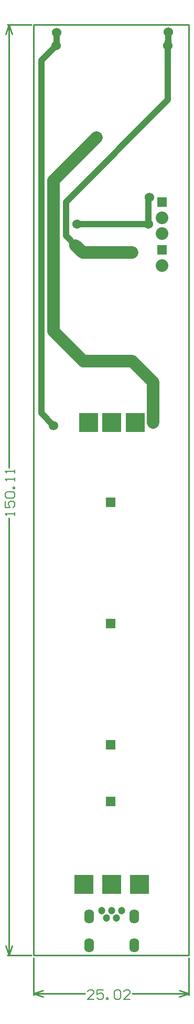
<source format=gbl>
%FSLAX43Y43*%
%MOMM*%
G71*
G01*
G75*
G04 Layer_Physical_Order=2*
G04 Layer_Color=16711680*
%ADD10R,0.950X1.400*%
%ADD11R,0.900X1.400*%
%ADD12R,1.600X2.100*%
%ADD13O,2.000X0.600*%
%ADD14R,3.300X1.050*%
%ADD15R,1.050X2.950*%
%ADD16R,10.600X9.000*%
%ADD17R,0.600X1.550*%
%ADD18R,1.400X0.950*%
%ADD19R,1.050X3.300*%
%ADD20R,1.800X2.250*%
%ADD21R,1.050X1.400*%
%ADD22R,1.800X2.250*%
%ADD23R,2.100X1.600*%
%ADD24R,2.250X1.800*%
%ADD25C,0.800*%
%ADD26C,1.600*%
%ADD27C,2.000*%
%ADD28C,1.000*%
%ADD29C,0.500*%
%ADD30C,0.400*%
%ADD31C,0.700*%
%ADD32C,3.000*%
%ADD33C,1.500*%
%ADD34C,1.800*%
%ADD35C,0.600*%
%ADD36R,5.000X8.175*%
%ADD37C,0.254*%
%ADD38C,0.152*%
%ADD39R,1.524X1.524*%
%ADD40R,3.064X3.064*%
%ADD41O,1.600X2.300*%
%ADD42C,1.200*%
%ADD43R,1.524X1.524*%
%ADD44C,2.032*%
%ADD45C,1.524*%
D27*
X19304Y85979D02*
Y92496D01*
X15900Y95900D02*
X19304Y92496D01*
X8000Y95900D02*
X15900D01*
X7939Y113411D02*
X15875D01*
X6800Y114550D02*
X7939Y113411D01*
X3200Y100700D02*
X8000Y95900D01*
X3200Y100700D02*
Y124993D01*
X10160Y131953D01*
D28*
X6985Y117983D02*
X18542D01*
Y122174D01*
X18669Y122301D01*
X1225Y87500D02*
X3225Y85500D01*
X1225Y87500D02*
Y144375D01*
X3700Y146850D01*
X21700Y138050D02*
Y147425D01*
X3700Y146850D02*
Y148925D01*
X21750Y146900D02*
Y148975D01*
X5200Y121550D02*
X21700Y138050D01*
X5200Y116150D02*
Y121550D01*
Y116150D02*
X6800Y114550D01*
D37*
X25019Y-6379D02*
Y-381D01*
X0Y-6379D02*
Y-381D01*
X15937Y-6125D02*
X25019D01*
X0D02*
X8269D01*
X23495Y-5617D02*
X25019Y-6125D01*
X23495Y-6633D02*
X25019Y-6125D01*
X0D02*
X1524Y-6633D01*
X0Y-6125D02*
X1524Y-5617D01*
X-4254Y0D02*
X-381D01*
X-4254Y150114D02*
X-381D01*
X-4000Y0D02*
Y70562D01*
Y78739D02*
Y150114D01*
Y0D02*
X-3492Y1524D01*
X-4508D02*
X-4000Y0D01*
X-4508Y148590D02*
X-4000Y150114D01*
X-3492Y148590D01*
X0Y0D02*
Y150114D01*
X25019D01*
Y0D02*
Y150114D01*
X0Y0D02*
X25019D01*
D38*
X9691Y-7039D02*
X8675D01*
X9691Y-6023D01*
Y-5770D01*
X9437Y-5516D01*
X8929D01*
X8675Y-5770D01*
X11214Y-5516D02*
X10199D01*
Y-6277D01*
X10707Y-6023D01*
X10960D01*
X11214Y-6277D01*
Y-6785D01*
X10960Y-7039D01*
X10453D01*
X10199Y-6785D01*
X11722Y-7039D02*
Y-6785D01*
X11976D01*
Y-7039D01*
X11722D01*
X12992Y-5770D02*
X13246Y-5516D01*
X13754D01*
X14007Y-5770D01*
Y-6785D01*
X13754Y-7039D01*
X13246D01*
X12992Y-6785D01*
Y-5770D01*
X15531Y-7039D02*
X14515D01*
X15531Y-6023D01*
Y-5770D01*
X15277Y-5516D01*
X14769D01*
X14515Y-5770D01*
X-3086Y70969D02*
Y71477D01*
Y71223D01*
X-4609D01*
X-4355Y70969D01*
X-4609Y73254D02*
Y72238D01*
X-3848D01*
X-4102Y72746D01*
Y73000D01*
X-3848Y73254D01*
X-3340D01*
X-3086Y73000D01*
Y72492D01*
X-3340Y72238D01*
X-4355Y73762D02*
X-4609Y74016D01*
Y74524D01*
X-4355Y74778D01*
X-3340D01*
X-3086Y74524D01*
Y74016D01*
X-3340Y73762D01*
X-4355D01*
X-3086Y75285D02*
X-3340D01*
Y75539D01*
X-3086D01*
Y75285D01*
Y76555D02*
Y77063D01*
Y76809D01*
X-4609D01*
X-4355Y76555D01*
X-3086Y77825D02*
Y78332D01*
Y78078D01*
X-4609D01*
X-4355Y77825D01*
D39*
X12443Y24876D02*
D03*
Y34020D02*
D03*
Y53578D02*
D03*
Y73136D02*
D03*
D40*
X16383Y85979D02*
D03*
X12573D02*
D03*
X8890D02*
D03*
X17069Y11430D02*
D03*
X12573D02*
D03*
X8077D02*
D03*
D41*
X8923Y1689D02*
D03*
X16223D02*
D03*
X8923Y6339D02*
D03*
X16223D02*
D03*
D42*
X10973Y7239D02*
D03*
X11773Y6039D02*
D03*
X12573Y7239D02*
D03*
X13373Y6039D02*
D03*
X14173Y7239D02*
D03*
D43*
X20701Y113792D02*
D03*
Y121539D02*
D03*
D44*
Y111252D02*
D03*
Y116459D02*
D03*
Y118999D02*
D03*
D45*
X15875Y113411D02*
D03*
X10160Y131953D02*
D03*
X19304Y85979D02*
D03*
X3225Y85500D02*
D03*
X6985Y117983D02*
D03*
X18542D02*
D03*
X18669Y122301D02*
D03*
X3600Y146750D02*
D03*
X3700Y148925D02*
D03*
X21750Y148975D02*
D03*
X21650Y146800D02*
D03*
M02*

</source>
